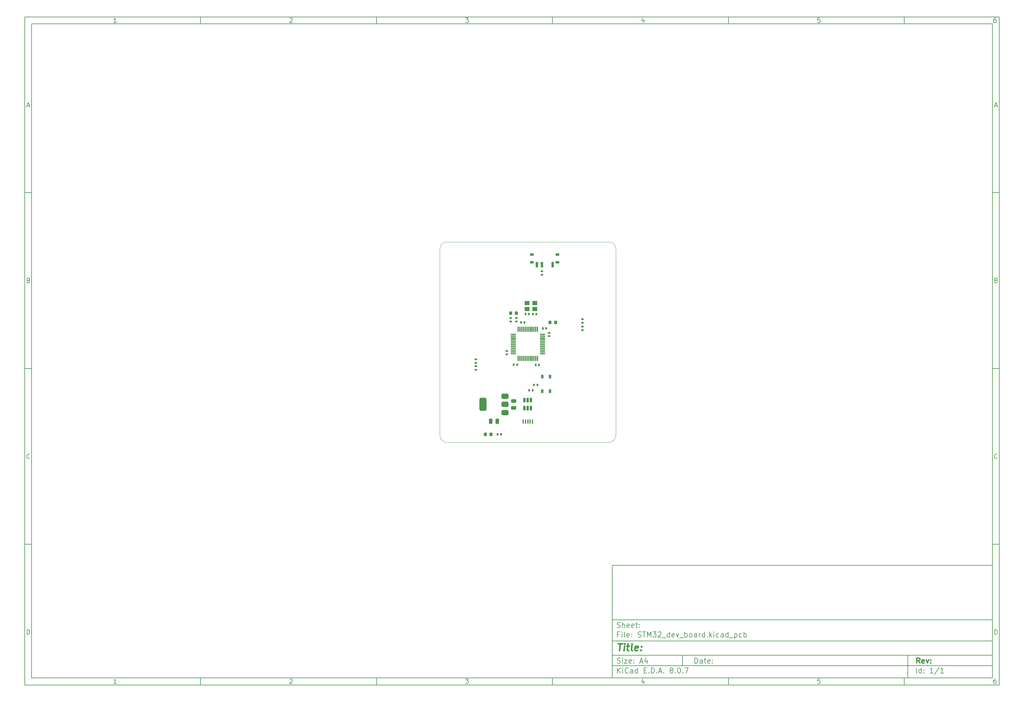
<source format=gbr>
%TF.GenerationSoftware,KiCad,Pcbnew,8.0.7*%
%TF.CreationDate,2025-02-16T19:40:28+01:00*%
%TF.ProjectId,STM32_dev_board,53544d33-325f-4646-9576-5f626f617264,rev?*%
%TF.SameCoordinates,Original*%
%TF.FileFunction,Paste,Top*%
%TF.FilePolarity,Positive*%
%FSLAX46Y46*%
G04 Gerber Fmt 4.6, Leading zero omitted, Abs format (unit mm)*
G04 Created by KiCad (PCBNEW 8.0.7) date 2025-02-16 19:40:28*
%MOMM*%
%LPD*%
G01*
G04 APERTURE LIST*
G04 Aperture macros list*
%AMRoundRect*
0 Rectangle with rounded corners*
0 $1 Rounding radius*
0 $2 $3 $4 $5 $6 $7 $8 $9 X,Y pos of 4 corners*
0 Add a 4 corners polygon primitive as box body*
4,1,4,$2,$3,$4,$5,$6,$7,$8,$9,$2,$3,0*
0 Add four circle primitives for the rounded corners*
1,1,$1+$1,$2,$3*
1,1,$1+$1,$4,$5*
1,1,$1+$1,$6,$7*
1,1,$1+$1,$8,$9*
0 Add four rect primitives between the rounded corners*
20,1,$1+$1,$2,$3,$4,$5,0*
20,1,$1+$1,$4,$5,$6,$7,0*
20,1,$1+$1,$6,$7,$8,$9,0*
20,1,$1+$1,$8,$9,$2,$3,0*%
G04 Aperture macros list end*
%ADD10C,0.100000*%
%ADD11C,0.150000*%
%ADD12C,0.300000*%
%ADD13C,0.400000*%
%ADD14RoundRect,0.225000X-0.225000X-0.250000X0.225000X-0.250000X0.225000X0.250000X-0.225000X0.250000X0*%
%ADD15RoundRect,0.135000X-0.185000X0.135000X-0.185000X-0.135000X0.185000X-0.135000X0.185000X0.135000X0*%
%ADD16RoundRect,0.140000X0.140000X0.170000X-0.140000X0.170000X-0.140000X-0.170000X0.140000X-0.170000X0*%
%ADD17R,0.650000X1.050000*%
%ADD18RoundRect,0.135000X-0.135000X-0.185000X0.135000X-0.185000X0.135000X0.185000X-0.135000X0.185000X0*%
%ADD19RoundRect,0.150000X0.150000X-0.512500X0.150000X0.512500X-0.150000X0.512500X-0.150000X-0.512500X0*%
%ADD20RoundRect,0.375000X0.625000X0.375000X-0.625000X0.375000X-0.625000X-0.375000X0.625000X-0.375000X0*%
%ADD21RoundRect,0.500000X0.500000X1.400000X-0.500000X1.400000X-0.500000X-1.400000X0.500000X-1.400000X0*%
%ADD22R,1.400000X1.200000*%
%ADD23RoundRect,0.140000X-0.140000X-0.170000X0.140000X-0.170000X0.140000X0.170000X-0.140000X0.170000X0*%
%ADD24RoundRect,0.250000X-0.475000X0.250000X-0.475000X-0.250000X0.475000X-0.250000X0.475000X0.250000X0*%
%ADD25RoundRect,0.140000X-0.170000X0.140000X-0.170000X-0.140000X0.170000X-0.140000X0.170000X0.140000X0*%
%ADD26RoundRect,0.135000X0.185000X-0.135000X0.185000X0.135000X-0.185000X0.135000X-0.185000X-0.135000X0*%
%ADD27RoundRect,0.075000X-0.075000X0.662500X-0.075000X-0.662500X0.075000X-0.662500X0.075000X0.662500X0*%
%ADD28RoundRect,0.075000X-0.662500X0.075000X-0.662500X-0.075000X0.662500X-0.075000X0.662500X0.075000X0*%
%ADD29RoundRect,0.135000X0.135000X0.185000X-0.135000X0.185000X-0.135000X-0.185000X0.135000X-0.185000X0*%
%ADD30R,0.450000X1.300000*%
%ADD31RoundRect,0.218750X0.218750X0.256250X-0.218750X0.256250X-0.218750X-0.256250X0.218750X-0.256250X0*%
%ADD32R,1.000000X0.800000*%
%ADD33R,0.700000X1.500000*%
%ADD34RoundRect,0.140000X0.170000X-0.140000X0.170000X0.140000X-0.170000X0.140000X-0.170000X-0.140000X0*%
%ADD35RoundRect,0.250000X-0.250000X-0.475000X0.250000X-0.475000X0.250000X0.475000X-0.250000X0.475000X0*%
%TA.AperFunction,Profile*%
%ADD36C,0.050000*%
%TD*%
G04 APERTURE END LIST*
D10*
D11*
X177002200Y-166007200D02*
X285002200Y-166007200D01*
X285002200Y-198007200D01*
X177002200Y-198007200D01*
X177002200Y-166007200D01*
D10*
D11*
X10000000Y-10000000D02*
X287002200Y-10000000D01*
X287002200Y-200007200D01*
X10000000Y-200007200D01*
X10000000Y-10000000D01*
D10*
D11*
X12000000Y-12000000D02*
X285002200Y-12000000D01*
X285002200Y-198007200D01*
X12000000Y-198007200D01*
X12000000Y-12000000D01*
D10*
D11*
X60000000Y-12000000D02*
X60000000Y-10000000D01*
D10*
D11*
X110000000Y-12000000D02*
X110000000Y-10000000D01*
D10*
D11*
X160000000Y-12000000D02*
X160000000Y-10000000D01*
D10*
D11*
X210000000Y-12000000D02*
X210000000Y-10000000D01*
D10*
D11*
X260000000Y-12000000D02*
X260000000Y-10000000D01*
D10*
D11*
X36089160Y-11593604D02*
X35346303Y-11593604D01*
X35717731Y-11593604D02*
X35717731Y-10293604D01*
X35717731Y-10293604D02*
X35593922Y-10479319D01*
X35593922Y-10479319D02*
X35470112Y-10603128D01*
X35470112Y-10603128D02*
X35346303Y-10665033D01*
D10*
D11*
X85346303Y-10417414D02*
X85408207Y-10355509D01*
X85408207Y-10355509D02*
X85532017Y-10293604D01*
X85532017Y-10293604D02*
X85841541Y-10293604D01*
X85841541Y-10293604D02*
X85965350Y-10355509D01*
X85965350Y-10355509D02*
X86027255Y-10417414D01*
X86027255Y-10417414D02*
X86089160Y-10541223D01*
X86089160Y-10541223D02*
X86089160Y-10665033D01*
X86089160Y-10665033D02*
X86027255Y-10850747D01*
X86027255Y-10850747D02*
X85284398Y-11593604D01*
X85284398Y-11593604D02*
X86089160Y-11593604D01*
D10*
D11*
X135284398Y-10293604D02*
X136089160Y-10293604D01*
X136089160Y-10293604D02*
X135655826Y-10788842D01*
X135655826Y-10788842D02*
X135841541Y-10788842D01*
X135841541Y-10788842D02*
X135965350Y-10850747D01*
X135965350Y-10850747D02*
X136027255Y-10912652D01*
X136027255Y-10912652D02*
X136089160Y-11036461D01*
X136089160Y-11036461D02*
X136089160Y-11345985D01*
X136089160Y-11345985D02*
X136027255Y-11469795D01*
X136027255Y-11469795D02*
X135965350Y-11531700D01*
X135965350Y-11531700D02*
X135841541Y-11593604D01*
X135841541Y-11593604D02*
X135470112Y-11593604D01*
X135470112Y-11593604D02*
X135346303Y-11531700D01*
X135346303Y-11531700D02*
X135284398Y-11469795D01*
D10*
D11*
X185965350Y-10726938D02*
X185965350Y-11593604D01*
X185655826Y-10231700D02*
X185346303Y-11160271D01*
X185346303Y-11160271D02*
X186151064Y-11160271D01*
D10*
D11*
X236027255Y-10293604D02*
X235408207Y-10293604D01*
X235408207Y-10293604D02*
X235346303Y-10912652D01*
X235346303Y-10912652D02*
X235408207Y-10850747D01*
X235408207Y-10850747D02*
X235532017Y-10788842D01*
X235532017Y-10788842D02*
X235841541Y-10788842D01*
X235841541Y-10788842D02*
X235965350Y-10850747D01*
X235965350Y-10850747D02*
X236027255Y-10912652D01*
X236027255Y-10912652D02*
X236089160Y-11036461D01*
X236089160Y-11036461D02*
X236089160Y-11345985D01*
X236089160Y-11345985D02*
X236027255Y-11469795D01*
X236027255Y-11469795D02*
X235965350Y-11531700D01*
X235965350Y-11531700D02*
X235841541Y-11593604D01*
X235841541Y-11593604D02*
X235532017Y-11593604D01*
X235532017Y-11593604D02*
X235408207Y-11531700D01*
X235408207Y-11531700D02*
X235346303Y-11469795D01*
D10*
D11*
X285965350Y-10293604D02*
X285717731Y-10293604D01*
X285717731Y-10293604D02*
X285593922Y-10355509D01*
X285593922Y-10355509D02*
X285532017Y-10417414D01*
X285532017Y-10417414D02*
X285408207Y-10603128D01*
X285408207Y-10603128D02*
X285346303Y-10850747D01*
X285346303Y-10850747D02*
X285346303Y-11345985D01*
X285346303Y-11345985D02*
X285408207Y-11469795D01*
X285408207Y-11469795D02*
X285470112Y-11531700D01*
X285470112Y-11531700D02*
X285593922Y-11593604D01*
X285593922Y-11593604D02*
X285841541Y-11593604D01*
X285841541Y-11593604D02*
X285965350Y-11531700D01*
X285965350Y-11531700D02*
X286027255Y-11469795D01*
X286027255Y-11469795D02*
X286089160Y-11345985D01*
X286089160Y-11345985D02*
X286089160Y-11036461D01*
X286089160Y-11036461D02*
X286027255Y-10912652D01*
X286027255Y-10912652D02*
X285965350Y-10850747D01*
X285965350Y-10850747D02*
X285841541Y-10788842D01*
X285841541Y-10788842D02*
X285593922Y-10788842D01*
X285593922Y-10788842D02*
X285470112Y-10850747D01*
X285470112Y-10850747D02*
X285408207Y-10912652D01*
X285408207Y-10912652D02*
X285346303Y-11036461D01*
D10*
D11*
X60000000Y-198007200D02*
X60000000Y-200007200D01*
D10*
D11*
X110000000Y-198007200D02*
X110000000Y-200007200D01*
D10*
D11*
X160000000Y-198007200D02*
X160000000Y-200007200D01*
D10*
D11*
X210000000Y-198007200D02*
X210000000Y-200007200D01*
D10*
D11*
X260000000Y-198007200D02*
X260000000Y-200007200D01*
D10*
D11*
X36089160Y-199600804D02*
X35346303Y-199600804D01*
X35717731Y-199600804D02*
X35717731Y-198300804D01*
X35717731Y-198300804D02*
X35593922Y-198486519D01*
X35593922Y-198486519D02*
X35470112Y-198610328D01*
X35470112Y-198610328D02*
X35346303Y-198672233D01*
D10*
D11*
X85346303Y-198424614D02*
X85408207Y-198362709D01*
X85408207Y-198362709D02*
X85532017Y-198300804D01*
X85532017Y-198300804D02*
X85841541Y-198300804D01*
X85841541Y-198300804D02*
X85965350Y-198362709D01*
X85965350Y-198362709D02*
X86027255Y-198424614D01*
X86027255Y-198424614D02*
X86089160Y-198548423D01*
X86089160Y-198548423D02*
X86089160Y-198672233D01*
X86089160Y-198672233D02*
X86027255Y-198857947D01*
X86027255Y-198857947D02*
X85284398Y-199600804D01*
X85284398Y-199600804D02*
X86089160Y-199600804D01*
D10*
D11*
X135284398Y-198300804D02*
X136089160Y-198300804D01*
X136089160Y-198300804D02*
X135655826Y-198796042D01*
X135655826Y-198796042D02*
X135841541Y-198796042D01*
X135841541Y-198796042D02*
X135965350Y-198857947D01*
X135965350Y-198857947D02*
X136027255Y-198919852D01*
X136027255Y-198919852D02*
X136089160Y-199043661D01*
X136089160Y-199043661D02*
X136089160Y-199353185D01*
X136089160Y-199353185D02*
X136027255Y-199476995D01*
X136027255Y-199476995D02*
X135965350Y-199538900D01*
X135965350Y-199538900D02*
X135841541Y-199600804D01*
X135841541Y-199600804D02*
X135470112Y-199600804D01*
X135470112Y-199600804D02*
X135346303Y-199538900D01*
X135346303Y-199538900D02*
X135284398Y-199476995D01*
D10*
D11*
X185965350Y-198734138D02*
X185965350Y-199600804D01*
X185655826Y-198238900D02*
X185346303Y-199167471D01*
X185346303Y-199167471D02*
X186151064Y-199167471D01*
D10*
D11*
X236027255Y-198300804D02*
X235408207Y-198300804D01*
X235408207Y-198300804D02*
X235346303Y-198919852D01*
X235346303Y-198919852D02*
X235408207Y-198857947D01*
X235408207Y-198857947D02*
X235532017Y-198796042D01*
X235532017Y-198796042D02*
X235841541Y-198796042D01*
X235841541Y-198796042D02*
X235965350Y-198857947D01*
X235965350Y-198857947D02*
X236027255Y-198919852D01*
X236027255Y-198919852D02*
X236089160Y-199043661D01*
X236089160Y-199043661D02*
X236089160Y-199353185D01*
X236089160Y-199353185D02*
X236027255Y-199476995D01*
X236027255Y-199476995D02*
X235965350Y-199538900D01*
X235965350Y-199538900D02*
X235841541Y-199600804D01*
X235841541Y-199600804D02*
X235532017Y-199600804D01*
X235532017Y-199600804D02*
X235408207Y-199538900D01*
X235408207Y-199538900D02*
X235346303Y-199476995D01*
D10*
D11*
X285965350Y-198300804D02*
X285717731Y-198300804D01*
X285717731Y-198300804D02*
X285593922Y-198362709D01*
X285593922Y-198362709D02*
X285532017Y-198424614D01*
X285532017Y-198424614D02*
X285408207Y-198610328D01*
X285408207Y-198610328D02*
X285346303Y-198857947D01*
X285346303Y-198857947D02*
X285346303Y-199353185D01*
X285346303Y-199353185D02*
X285408207Y-199476995D01*
X285408207Y-199476995D02*
X285470112Y-199538900D01*
X285470112Y-199538900D02*
X285593922Y-199600804D01*
X285593922Y-199600804D02*
X285841541Y-199600804D01*
X285841541Y-199600804D02*
X285965350Y-199538900D01*
X285965350Y-199538900D02*
X286027255Y-199476995D01*
X286027255Y-199476995D02*
X286089160Y-199353185D01*
X286089160Y-199353185D02*
X286089160Y-199043661D01*
X286089160Y-199043661D02*
X286027255Y-198919852D01*
X286027255Y-198919852D02*
X285965350Y-198857947D01*
X285965350Y-198857947D02*
X285841541Y-198796042D01*
X285841541Y-198796042D02*
X285593922Y-198796042D01*
X285593922Y-198796042D02*
X285470112Y-198857947D01*
X285470112Y-198857947D02*
X285408207Y-198919852D01*
X285408207Y-198919852D02*
X285346303Y-199043661D01*
D10*
D11*
X10000000Y-60000000D02*
X12000000Y-60000000D01*
D10*
D11*
X10000000Y-110000000D02*
X12000000Y-110000000D01*
D10*
D11*
X10000000Y-160000000D02*
X12000000Y-160000000D01*
D10*
D11*
X10690476Y-35222176D02*
X11309523Y-35222176D01*
X10566666Y-35593604D02*
X10999999Y-34293604D01*
X10999999Y-34293604D02*
X11433333Y-35593604D01*
D10*
D11*
X11092857Y-84912652D02*
X11278571Y-84974557D01*
X11278571Y-84974557D02*
X11340476Y-85036461D01*
X11340476Y-85036461D02*
X11402380Y-85160271D01*
X11402380Y-85160271D02*
X11402380Y-85345985D01*
X11402380Y-85345985D02*
X11340476Y-85469795D01*
X11340476Y-85469795D02*
X11278571Y-85531700D01*
X11278571Y-85531700D02*
X11154761Y-85593604D01*
X11154761Y-85593604D02*
X10659523Y-85593604D01*
X10659523Y-85593604D02*
X10659523Y-84293604D01*
X10659523Y-84293604D02*
X11092857Y-84293604D01*
X11092857Y-84293604D02*
X11216666Y-84355509D01*
X11216666Y-84355509D02*
X11278571Y-84417414D01*
X11278571Y-84417414D02*
X11340476Y-84541223D01*
X11340476Y-84541223D02*
X11340476Y-84665033D01*
X11340476Y-84665033D02*
X11278571Y-84788842D01*
X11278571Y-84788842D02*
X11216666Y-84850747D01*
X11216666Y-84850747D02*
X11092857Y-84912652D01*
X11092857Y-84912652D02*
X10659523Y-84912652D01*
D10*
D11*
X11402380Y-135469795D02*
X11340476Y-135531700D01*
X11340476Y-135531700D02*
X11154761Y-135593604D01*
X11154761Y-135593604D02*
X11030952Y-135593604D01*
X11030952Y-135593604D02*
X10845238Y-135531700D01*
X10845238Y-135531700D02*
X10721428Y-135407890D01*
X10721428Y-135407890D02*
X10659523Y-135284080D01*
X10659523Y-135284080D02*
X10597619Y-135036461D01*
X10597619Y-135036461D02*
X10597619Y-134850747D01*
X10597619Y-134850747D02*
X10659523Y-134603128D01*
X10659523Y-134603128D02*
X10721428Y-134479319D01*
X10721428Y-134479319D02*
X10845238Y-134355509D01*
X10845238Y-134355509D02*
X11030952Y-134293604D01*
X11030952Y-134293604D02*
X11154761Y-134293604D01*
X11154761Y-134293604D02*
X11340476Y-134355509D01*
X11340476Y-134355509D02*
X11402380Y-134417414D01*
D10*
D11*
X10659523Y-185593604D02*
X10659523Y-184293604D01*
X10659523Y-184293604D02*
X10969047Y-184293604D01*
X10969047Y-184293604D02*
X11154761Y-184355509D01*
X11154761Y-184355509D02*
X11278571Y-184479319D01*
X11278571Y-184479319D02*
X11340476Y-184603128D01*
X11340476Y-184603128D02*
X11402380Y-184850747D01*
X11402380Y-184850747D02*
X11402380Y-185036461D01*
X11402380Y-185036461D02*
X11340476Y-185284080D01*
X11340476Y-185284080D02*
X11278571Y-185407890D01*
X11278571Y-185407890D02*
X11154761Y-185531700D01*
X11154761Y-185531700D02*
X10969047Y-185593604D01*
X10969047Y-185593604D02*
X10659523Y-185593604D01*
D10*
D11*
X287002200Y-60000000D02*
X285002200Y-60000000D01*
D10*
D11*
X287002200Y-110000000D02*
X285002200Y-110000000D01*
D10*
D11*
X287002200Y-160000000D02*
X285002200Y-160000000D01*
D10*
D11*
X285692676Y-35222176D02*
X286311723Y-35222176D01*
X285568866Y-35593604D02*
X286002199Y-34293604D01*
X286002199Y-34293604D02*
X286435533Y-35593604D01*
D10*
D11*
X286095057Y-84912652D02*
X286280771Y-84974557D01*
X286280771Y-84974557D02*
X286342676Y-85036461D01*
X286342676Y-85036461D02*
X286404580Y-85160271D01*
X286404580Y-85160271D02*
X286404580Y-85345985D01*
X286404580Y-85345985D02*
X286342676Y-85469795D01*
X286342676Y-85469795D02*
X286280771Y-85531700D01*
X286280771Y-85531700D02*
X286156961Y-85593604D01*
X286156961Y-85593604D02*
X285661723Y-85593604D01*
X285661723Y-85593604D02*
X285661723Y-84293604D01*
X285661723Y-84293604D02*
X286095057Y-84293604D01*
X286095057Y-84293604D02*
X286218866Y-84355509D01*
X286218866Y-84355509D02*
X286280771Y-84417414D01*
X286280771Y-84417414D02*
X286342676Y-84541223D01*
X286342676Y-84541223D02*
X286342676Y-84665033D01*
X286342676Y-84665033D02*
X286280771Y-84788842D01*
X286280771Y-84788842D02*
X286218866Y-84850747D01*
X286218866Y-84850747D02*
X286095057Y-84912652D01*
X286095057Y-84912652D02*
X285661723Y-84912652D01*
D10*
D11*
X286404580Y-135469795D02*
X286342676Y-135531700D01*
X286342676Y-135531700D02*
X286156961Y-135593604D01*
X286156961Y-135593604D02*
X286033152Y-135593604D01*
X286033152Y-135593604D02*
X285847438Y-135531700D01*
X285847438Y-135531700D02*
X285723628Y-135407890D01*
X285723628Y-135407890D02*
X285661723Y-135284080D01*
X285661723Y-135284080D02*
X285599819Y-135036461D01*
X285599819Y-135036461D02*
X285599819Y-134850747D01*
X285599819Y-134850747D02*
X285661723Y-134603128D01*
X285661723Y-134603128D02*
X285723628Y-134479319D01*
X285723628Y-134479319D02*
X285847438Y-134355509D01*
X285847438Y-134355509D02*
X286033152Y-134293604D01*
X286033152Y-134293604D02*
X286156961Y-134293604D01*
X286156961Y-134293604D02*
X286342676Y-134355509D01*
X286342676Y-134355509D02*
X286404580Y-134417414D01*
D10*
D11*
X285661723Y-185593604D02*
X285661723Y-184293604D01*
X285661723Y-184293604D02*
X285971247Y-184293604D01*
X285971247Y-184293604D02*
X286156961Y-184355509D01*
X286156961Y-184355509D02*
X286280771Y-184479319D01*
X286280771Y-184479319D02*
X286342676Y-184603128D01*
X286342676Y-184603128D02*
X286404580Y-184850747D01*
X286404580Y-184850747D02*
X286404580Y-185036461D01*
X286404580Y-185036461D02*
X286342676Y-185284080D01*
X286342676Y-185284080D02*
X286280771Y-185407890D01*
X286280771Y-185407890D02*
X286156961Y-185531700D01*
X286156961Y-185531700D02*
X285971247Y-185593604D01*
X285971247Y-185593604D02*
X285661723Y-185593604D01*
D10*
D11*
X200458026Y-193793328D02*
X200458026Y-192293328D01*
X200458026Y-192293328D02*
X200815169Y-192293328D01*
X200815169Y-192293328D02*
X201029455Y-192364757D01*
X201029455Y-192364757D02*
X201172312Y-192507614D01*
X201172312Y-192507614D02*
X201243741Y-192650471D01*
X201243741Y-192650471D02*
X201315169Y-192936185D01*
X201315169Y-192936185D02*
X201315169Y-193150471D01*
X201315169Y-193150471D02*
X201243741Y-193436185D01*
X201243741Y-193436185D02*
X201172312Y-193579042D01*
X201172312Y-193579042D02*
X201029455Y-193721900D01*
X201029455Y-193721900D02*
X200815169Y-193793328D01*
X200815169Y-193793328D02*
X200458026Y-193793328D01*
X202600884Y-193793328D02*
X202600884Y-193007614D01*
X202600884Y-193007614D02*
X202529455Y-192864757D01*
X202529455Y-192864757D02*
X202386598Y-192793328D01*
X202386598Y-192793328D02*
X202100884Y-192793328D01*
X202100884Y-192793328D02*
X201958026Y-192864757D01*
X202600884Y-193721900D02*
X202458026Y-193793328D01*
X202458026Y-193793328D02*
X202100884Y-193793328D01*
X202100884Y-193793328D02*
X201958026Y-193721900D01*
X201958026Y-193721900D02*
X201886598Y-193579042D01*
X201886598Y-193579042D02*
X201886598Y-193436185D01*
X201886598Y-193436185D02*
X201958026Y-193293328D01*
X201958026Y-193293328D02*
X202100884Y-193221900D01*
X202100884Y-193221900D02*
X202458026Y-193221900D01*
X202458026Y-193221900D02*
X202600884Y-193150471D01*
X203100884Y-192793328D02*
X203672312Y-192793328D01*
X203315169Y-192293328D02*
X203315169Y-193579042D01*
X203315169Y-193579042D02*
X203386598Y-193721900D01*
X203386598Y-193721900D02*
X203529455Y-193793328D01*
X203529455Y-193793328D02*
X203672312Y-193793328D01*
X204743741Y-193721900D02*
X204600884Y-193793328D01*
X204600884Y-193793328D02*
X204315170Y-193793328D01*
X204315170Y-193793328D02*
X204172312Y-193721900D01*
X204172312Y-193721900D02*
X204100884Y-193579042D01*
X204100884Y-193579042D02*
X204100884Y-193007614D01*
X204100884Y-193007614D02*
X204172312Y-192864757D01*
X204172312Y-192864757D02*
X204315170Y-192793328D01*
X204315170Y-192793328D02*
X204600884Y-192793328D01*
X204600884Y-192793328D02*
X204743741Y-192864757D01*
X204743741Y-192864757D02*
X204815170Y-193007614D01*
X204815170Y-193007614D02*
X204815170Y-193150471D01*
X204815170Y-193150471D02*
X204100884Y-193293328D01*
X205458026Y-193650471D02*
X205529455Y-193721900D01*
X205529455Y-193721900D02*
X205458026Y-193793328D01*
X205458026Y-193793328D02*
X205386598Y-193721900D01*
X205386598Y-193721900D02*
X205458026Y-193650471D01*
X205458026Y-193650471D02*
X205458026Y-193793328D01*
X205458026Y-192864757D02*
X205529455Y-192936185D01*
X205529455Y-192936185D02*
X205458026Y-193007614D01*
X205458026Y-193007614D02*
X205386598Y-192936185D01*
X205386598Y-192936185D02*
X205458026Y-192864757D01*
X205458026Y-192864757D02*
X205458026Y-193007614D01*
D10*
D11*
X177002200Y-194507200D02*
X285002200Y-194507200D01*
D10*
D11*
X178458026Y-196593328D02*
X178458026Y-195093328D01*
X179315169Y-196593328D02*
X178672312Y-195736185D01*
X179315169Y-195093328D02*
X178458026Y-195950471D01*
X179958026Y-196593328D02*
X179958026Y-195593328D01*
X179958026Y-195093328D02*
X179886598Y-195164757D01*
X179886598Y-195164757D02*
X179958026Y-195236185D01*
X179958026Y-195236185D02*
X180029455Y-195164757D01*
X180029455Y-195164757D02*
X179958026Y-195093328D01*
X179958026Y-195093328D02*
X179958026Y-195236185D01*
X181529455Y-196450471D02*
X181458027Y-196521900D01*
X181458027Y-196521900D02*
X181243741Y-196593328D01*
X181243741Y-196593328D02*
X181100884Y-196593328D01*
X181100884Y-196593328D02*
X180886598Y-196521900D01*
X180886598Y-196521900D02*
X180743741Y-196379042D01*
X180743741Y-196379042D02*
X180672312Y-196236185D01*
X180672312Y-196236185D02*
X180600884Y-195950471D01*
X180600884Y-195950471D02*
X180600884Y-195736185D01*
X180600884Y-195736185D02*
X180672312Y-195450471D01*
X180672312Y-195450471D02*
X180743741Y-195307614D01*
X180743741Y-195307614D02*
X180886598Y-195164757D01*
X180886598Y-195164757D02*
X181100884Y-195093328D01*
X181100884Y-195093328D02*
X181243741Y-195093328D01*
X181243741Y-195093328D02*
X181458027Y-195164757D01*
X181458027Y-195164757D02*
X181529455Y-195236185D01*
X182815170Y-196593328D02*
X182815170Y-195807614D01*
X182815170Y-195807614D02*
X182743741Y-195664757D01*
X182743741Y-195664757D02*
X182600884Y-195593328D01*
X182600884Y-195593328D02*
X182315170Y-195593328D01*
X182315170Y-195593328D02*
X182172312Y-195664757D01*
X182815170Y-196521900D02*
X182672312Y-196593328D01*
X182672312Y-196593328D02*
X182315170Y-196593328D01*
X182315170Y-196593328D02*
X182172312Y-196521900D01*
X182172312Y-196521900D02*
X182100884Y-196379042D01*
X182100884Y-196379042D02*
X182100884Y-196236185D01*
X182100884Y-196236185D02*
X182172312Y-196093328D01*
X182172312Y-196093328D02*
X182315170Y-196021900D01*
X182315170Y-196021900D02*
X182672312Y-196021900D01*
X182672312Y-196021900D02*
X182815170Y-195950471D01*
X184172313Y-196593328D02*
X184172313Y-195093328D01*
X184172313Y-196521900D02*
X184029455Y-196593328D01*
X184029455Y-196593328D02*
X183743741Y-196593328D01*
X183743741Y-196593328D02*
X183600884Y-196521900D01*
X183600884Y-196521900D02*
X183529455Y-196450471D01*
X183529455Y-196450471D02*
X183458027Y-196307614D01*
X183458027Y-196307614D02*
X183458027Y-195879042D01*
X183458027Y-195879042D02*
X183529455Y-195736185D01*
X183529455Y-195736185D02*
X183600884Y-195664757D01*
X183600884Y-195664757D02*
X183743741Y-195593328D01*
X183743741Y-195593328D02*
X184029455Y-195593328D01*
X184029455Y-195593328D02*
X184172313Y-195664757D01*
X186029455Y-195807614D02*
X186529455Y-195807614D01*
X186743741Y-196593328D02*
X186029455Y-196593328D01*
X186029455Y-196593328D02*
X186029455Y-195093328D01*
X186029455Y-195093328D02*
X186743741Y-195093328D01*
X187386598Y-196450471D02*
X187458027Y-196521900D01*
X187458027Y-196521900D02*
X187386598Y-196593328D01*
X187386598Y-196593328D02*
X187315170Y-196521900D01*
X187315170Y-196521900D02*
X187386598Y-196450471D01*
X187386598Y-196450471D02*
X187386598Y-196593328D01*
X188100884Y-196593328D02*
X188100884Y-195093328D01*
X188100884Y-195093328D02*
X188458027Y-195093328D01*
X188458027Y-195093328D02*
X188672313Y-195164757D01*
X188672313Y-195164757D02*
X188815170Y-195307614D01*
X188815170Y-195307614D02*
X188886599Y-195450471D01*
X188886599Y-195450471D02*
X188958027Y-195736185D01*
X188958027Y-195736185D02*
X188958027Y-195950471D01*
X188958027Y-195950471D02*
X188886599Y-196236185D01*
X188886599Y-196236185D02*
X188815170Y-196379042D01*
X188815170Y-196379042D02*
X188672313Y-196521900D01*
X188672313Y-196521900D02*
X188458027Y-196593328D01*
X188458027Y-196593328D02*
X188100884Y-196593328D01*
X189600884Y-196450471D02*
X189672313Y-196521900D01*
X189672313Y-196521900D02*
X189600884Y-196593328D01*
X189600884Y-196593328D02*
X189529456Y-196521900D01*
X189529456Y-196521900D02*
X189600884Y-196450471D01*
X189600884Y-196450471D02*
X189600884Y-196593328D01*
X190243742Y-196164757D02*
X190958028Y-196164757D01*
X190100885Y-196593328D02*
X190600885Y-195093328D01*
X190600885Y-195093328D02*
X191100885Y-196593328D01*
X191600884Y-196450471D02*
X191672313Y-196521900D01*
X191672313Y-196521900D02*
X191600884Y-196593328D01*
X191600884Y-196593328D02*
X191529456Y-196521900D01*
X191529456Y-196521900D02*
X191600884Y-196450471D01*
X191600884Y-196450471D02*
X191600884Y-196593328D01*
X193672313Y-195736185D02*
X193529456Y-195664757D01*
X193529456Y-195664757D02*
X193458027Y-195593328D01*
X193458027Y-195593328D02*
X193386599Y-195450471D01*
X193386599Y-195450471D02*
X193386599Y-195379042D01*
X193386599Y-195379042D02*
X193458027Y-195236185D01*
X193458027Y-195236185D02*
X193529456Y-195164757D01*
X193529456Y-195164757D02*
X193672313Y-195093328D01*
X193672313Y-195093328D02*
X193958027Y-195093328D01*
X193958027Y-195093328D02*
X194100885Y-195164757D01*
X194100885Y-195164757D02*
X194172313Y-195236185D01*
X194172313Y-195236185D02*
X194243742Y-195379042D01*
X194243742Y-195379042D02*
X194243742Y-195450471D01*
X194243742Y-195450471D02*
X194172313Y-195593328D01*
X194172313Y-195593328D02*
X194100885Y-195664757D01*
X194100885Y-195664757D02*
X193958027Y-195736185D01*
X193958027Y-195736185D02*
X193672313Y-195736185D01*
X193672313Y-195736185D02*
X193529456Y-195807614D01*
X193529456Y-195807614D02*
X193458027Y-195879042D01*
X193458027Y-195879042D02*
X193386599Y-196021900D01*
X193386599Y-196021900D02*
X193386599Y-196307614D01*
X193386599Y-196307614D02*
X193458027Y-196450471D01*
X193458027Y-196450471D02*
X193529456Y-196521900D01*
X193529456Y-196521900D02*
X193672313Y-196593328D01*
X193672313Y-196593328D02*
X193958027Y-196593328D01*
X193958027Y-196593328D02*
X194100885Y-196521900D01*
X194100885Y-196521900D02*
X194172313Y-196450471D01*
X194172313Y-196450471D02*
X194243742Y-196307614D01*
X194243742Y-196307614D02*
X194243742Y-196021900D01*
X194243742Y-196021900D02*
X194172313Y-195879042D01*
X194172313Y-195879042D02*
X194100885Y-195807614D01*
X194100885Y-195807614D02*
X193958027Y-195736185D01*
X194886598Y-196450471D02*
X194958027Y-196521900D01*
X194958027Y-196521900D02*
X194886598Y-196593328D01*
X194886598Y-196593328D02*
X194815170Y-196521900D01*
X194815170Y-196521900D02*
X194886598Y-196450471D01*
X194886598Y-196450471D02*
X194886598Y-196593328D01*
X195886599Y-195093328D02*
X196029456Y-195093328D01*
X196029456Y-195093328D02*
X196172313Y-195164757D01*
X196172313Y-195164757D02*
X196243742Y-195236185D01*
X196243742Y-195236185D02*
X196315170Y-195379042D01*
X196315170Y-195379042D02*
X196386599Y-195664757D01*
X196386599Y-195664757D02*
X196386599Y-196021900D01*
X196386599Y-196021900D02*
X196315170Y-196307614D01*
X196315170Y-196307614D02*
X196243742Y-196450471D01*
X196243742Y-196450471D02*
X196172313Y-196521900D01*
X196172313Y-196521900D02*
X196029456Y-196593328D01*
X196029456Y-196593328D02*
X195886599Y-196593328D01*
X195886599Y-196593328D02*
X195743742Y-196521900D01*
X195743742Y-196521900D02*
X195672313Y-196450471D01*
X195672313Y-196450471D02*
X195600884Y-196307614D01*
X195600884Y-196307614D02*
X195529456Y-196021900D01*
X195529456Y-196021900D02*
X195529456Y-195664757D01*
X195529456Y-195664757D02*
X195600884Y-195379042D01*
X195600884Y-195379042D02*
X195672313Y-195236185D01*
X195672313Y-195236185D02*
X195743742Y-195164757D01*
X195743742Y-195164757D02*
X195886599Y-195093328D01*
X197029455Y-196450471D02*
X197100884Y-196521900D01*
X197100884Y-196521900D02*
X197029455Y-196593328D01*
X197029455Y-196593328D02*
X196958027Y-196521900D01*
X196958027Y-196521900D02*
X197029455Y-196450471D01*
X197029455Y-196450471D02*
X197029455Y-196593328D01*
X197600884Y-195093328D02*
X198600884Y-195093328D01*
X198600884Y-195093328D02*
X197958027Y-196593328D01*
D10*
D11*
X177002200Y-191507200D02*
X285002200Y-191507200D01*
D10*
D12*
X264413853Y-193785528D02*
X263913853Y-193071242D01*
X263556710Y-193785528D02*
X263556710Y-192285528D01*
X263556710Y-192285528D02*
X264128139Y-192285528D01*
X264128139Y-192285528D02*
X264270996Y-192356957D01*
X264270996Y-192356957D02*
X264342425Y-192428385D01*
X264342425Y-192428385D02*
X264413853Y-192571242D01*
X264413853Y-192571242D02*
X264413853Y-192785528D01*
X264413853Y-192785528D02*
X264342425Y-192928385D01*
X264342425Y-192928385D02*
X264270996Y-192999814D01*
X264270996Y-192999814D02*
X264128139Y-193071242D01*
X264128139Y-193071242D02*
X263556710Y-193071242D01*
X265628139Y-193714100D02*
X265485282Y-193785528D01*
X265485282Y-193785528D02*
X265199568Y-193785528D01*
X265199568Y-193785528D02*
X265056710Y-193714100D01*
X265056710Y-193714100D02*
X264985282Y-193571242D01*
X264985282Y-193571242D02*
X264985282Y-192999814D01*
X264985282Y-192999814D02*
X265056710Y-192856957D01*
X265056710Y-192856957D02*
X265199568Y-192785528D01*
X265199568Y-192785528D02*
X265485282Y-192785528D01*
X265485282Y-192785528D02*
X265628139Y-192856957D01*
X265628139Y-192856957D02*
X265699568Y-192999814D01*
X265699568Y-192999814D02*
X265699568Y-193142671D01*
X265699568Y-193142671D02*
X264985282Y-193285528D01*
X266199567Y-192785528D02*
X266556710Y-193785528D01*
X266556710Y-193785528D02*
X266913853Y-192785528D01*
X267485281Y-193642671D02*
X267556710Y-193714100D01*
X267556710Y-193714100D02*
X267485281Y-193785528D01*
X267485281Y-193785528D02*
X267413853Y-193714100D01*
X267413853Y-193714100D02*
X267485281Y-193642671D01*
X267485281Y-193642671D02*
X267485281Y-193785528D01*
X267485281Y-192856957D02*
X267556710Y-192928385D01*
X267556710Y-192928385D02*
X267485281Y-192999814D01*
X267485281Y-192999814D02*
X267413853Y-192928385D01*
X267413853Y-192928385D02*
X267485281Y-192856957D01*
X267485281Y-192856957D02*
X267485281Y-192999814D01*
D10*
D11*
X178386598Y-193721900D02*
X178600884Y-193793328D01*
X178600884Y-193793328D02*
X178958026Y-193793328D01*
X178958026Y-193793328D02*
X179100884Y-193721900D01*
X179100884Y-193721900D02*
X179172312Y-193650471D01*
X179172312Y-193650471D02*
X179243741Y-193507614D01*
X179243741Y-193507614D02*
X179243741Y-193364757D01*
X179243741Y-193364757D02*
X179172312Y-193221900D01*
X179172312Y-193221900D02*
X179100884Y-193150471D01*
X179100884Y-193150471D02*
X178958026Y-193079042D01*
X178958026Y-193079042D02*
X178672312Y-193007614D01*
X178672312Y-193007614D02*
X178529455Y-192936185D01*
X178529455Y-192936185D02*
X178458026Y-192864757D01*
X178458026Y-192864757D02*
X178386598Y-192721900D01*
X178386598Y-192721900D02*
X178386598Y-192579042D01*
X178386598Y-192579042D02*
X178458026Y-192436185D01*
X178458026Y-192436185D02*
X178529455Y-192364757D01*
X178529455Y-192364757D02*
X178672312Y-192293328D01*
X178672312Y-192293328D02*
X179029455Y-192293328D01*
X179029455Y-192293328D02*
X179243741Y-192364757D01*
X179886597Y-193793328D02*
X179886597Y-192793328D01*
X179886597Y-192293328D02*
X179815169Y-192364757D01*
X179815169Y-192364757D02*
X179886597Y-192436185D01*
X179886597Y-192436185D02*
X179958026Y-192364757D01*
X179958026Y-192364757D02*
X179886597Y-192293328D01*
X179886597Y-192293328D02*
X179886597Y-192436185D01*
X180458026Y-192793328D02*
X181243741Y-192793328D01*
X181243741Y-192793328D02*
X180458026Y-193793328D01*
X180458026Y-193793328D02*
X181243741Y-193793328D01*
X182386598Y-193721900D02*
X182243741Y-193793328D01*
X182243741Y-193793328D02*
X181958027Y-193793328D01*
X181958027Y-193793328D02*
X181815169Y-193721900D01*
X181815169Y-193721900D02*
X181743741Y-193579042D01*
X181743741Y-193579042D02*
X181743741Y-193007614D01*
X181743741Y-193007614D02*
X181815169Y-192864757D01*
X181815169Y-192864757D02*
X181958027Y-192793328D01*
X181958027Y-192793328D02*
X182243741Y-192793328D01*
X182243741Y-192793328D02*
X182386598Y-192864757D01*
X182386598Y-192864757D02*
X182458027Y-193007614D01*
X182458027Y-193007614D02*
X182458027Y-193150471D01*
X182458027Y-193150471D02*
X181743741Y-193293328D01*
X183100883Y-193650471D02*
X183172312Y-193721900D01*
X183172312Y-193721900D02*
X183100883Y-193793328D01*
X183100883Y-193793328D02*
X183029455Y-193721900D01*
X183029455Y-193721900D02*
X183100883Y-193650471D01*
X183100883Y-193650471D02*
X183100883Y-193793328D01*
X183100883Y-192864757D02*
X183172312Y-192936185D01*
X183172312Y-192936185D02*
X183100883Y-193007614D01*
X183100883Y-193007614D02*
X183029455Y-192936185D01*
X183029455Y-192936185D02*
X183100883Y-192864757D01*
X183100883Y-192864757D02*
X183100883Y-193007614D01*
X184886598Y-193364757D02*
X185600884Y-193364757D01*
X184743741Y-193793328D02*
X185243741Y-192293328D01*
X185243741Y-192293328D02*
X185743741Y-193793328D01*
X186886598Y-192793328D02*
X186886598Y-193793328D01*
X186529455Y-192221900D02*
X186172312Y-193293328D01*
X186172312Y-193293328D02*
X187100883Y-193293328D01*
D10*
D11*
X263458026Y-196593328D02*
X263458026Y-195093328D01*
X264815170Y-196593328D02*
X264815170Y-195093328D01*
X264815170Y-196521900D02*
X264672312Y-196593328D01*
X264672312Y-196593328D02*
X264386598Y-196593328D01*
X264386598Y-196593328D02*
X264243741Y-196521900D01*
X264243741Y-196521900D02*
X264172312Y-196450471D01*
X264172312Y-196450471D02*
X264100884Y-196307614D01*
X264100884Y-196307614D02*
X264100884Y-195879042D01*
X264100884Y-195879042D02*
X264172312Y-195736185D01*
X264172312Y-195736185D02*
X264243741Y-195664757D01*
X264243741Y-195664757D02*
X264386598Y-195593328D01*
X264386598Y-195593328D02*
X264672312Y-195593328D01*
X264672312Y-195593328D02*
X264815170Y-195664757D01*
X265529455Y-196450471D02*
X265600884Y-196521900D01*
X265600884Y-196521900D02*
X265529455Y-196593328D01*
X265529455Y-196593328D02*
X265458027Y-196521900D01*
X265458027Y-196521900D02*
X265529455Y-196450471D01*
X265529455Y-196450471D02*
X265529455Y-196593328D01*
X265529455Y-195664757D02*
X265600884Y-195736185D01*
X265600884Y-195736185D02*
X265529455Y-195807614D01*
X265529455Y-195807614D02*
X265458027Y-195736185D01*
X265458027Y-195736185D02*
X265529455Y-195664757D01*
X265529455Y-195664757D02*
X265529455Y-195807614D01*
X268172313Y-196593328D02*
X267315170Y-196593328D01*
X267743741Y-196593328D02*
X267743741Y-195093328D01*
X267743741Y-195093328D02*
X267600884Y-195307614D01*
X267600884Y-195307614D02*
X267458027Y-195450471D01*
X267458027Y-195450471D02*
X267315170Y-195521900D01*
X269886598Y-195021900D02*
X268600884Y-196950471D01*
X271172313Y-196593328D02*
X270315170Y-196593328D01*
X270743741Y-196593328D02*
X270743741Y-195093328D01*
X270743741Y-195093328D02*
X270600884Y-195307614D01*
X270600884Y-195307614D02*
X270458027Y-195450471D01*
X270458027Y-195450471D02*
X270315170Y-195521900D01*
D10*
D11*
X177002200Y-187507200D02*
X285002200Y-187507200D01*
D10*
D13*
X178693928Y-188211638D02*
X179836785Y-188211638D01*
X179015357Y-190211638D02*
X179265357Y-188211638D01*
X180253452Y-190211638D02*
X180420119Y-188878304D01*
X180503452Y-188211638D02*
X180396309Y-188306876D01*
X180396309Y-188306876D02*
X180479643Y-188402114D01*
X180479643Y-188402114D02*
X180586786Y-188306876D01*
X180586786Y-188306876D02*
X180503452Y-188211638D01*
X180503452Y-188211638D02*
X180479643Y-188402114D01*
X181086786Y-188878304D02*
X181848690Y-188878304D01*
X181455833Y-188211638D02*
X181241548Y-189925923D01*
X181241548Y-189925923D02*
X181312976Y-190116400D01*
X181312976Y-190116400D02*
X181491548Y-190211638D01*
X181491548Y-190211638D02*
X181682024Y-190211638D01*
X182634405Y-190211638D02*
X182455833Y-190116400D01*
X182455833Y-190116400D02*
X182384405Y-189925923D01*
X182384405Y-189925923D02*
X182598690Y-188211638D01*
X184170119Y-190116400D02*
X183967738Y-190211638D01*
X183967738Y-190211638D02*
X183586785Y-190211638D01*
X183586785Y-190211638D02*
X183408214Y-190116400D01*
X183408214Y-190116400D02*
X183336785Y-189925923D01*
X183336785Y-189925923D02*
X183432024Y-189164019D01*
X183432024Y-189164019D02*
X183551071Y-188973542D01*
X183551071Y-188973542D02*
X183753452Y-188878304D01*
X183753452Y-188878304D02*
X184134404Y-188878304D01*
X184134404Y-188878304D02*
X184312976Y-188973542D01*
X184312976Y-188973542D02*
X184384404Y-189164019D01*
X184384404Y-189164019D02*
X184360595Y-189354495D01*
X184360595Y-189354495D02*
X183384404Y-189544971D01*
X185134405Y-190021161D02*
X185217738Y-190116400D01*
X185217738Y-190116400D02*
X185110595Y-190211638D01*
X185110595Y-190211638D02*
X185027262Y-190116400D01*
X185027262Y-190116400D02*
X185134405Y-190021161D01*
X185134405Y-190021161D02*
X185110595Y-190211638D01*
X185265357Y-188973542D02*
X185348690Y-189068780D01*
X185348690Y-189068780D02*
X185241548Y-189164019D01*
X185241548Y-189164019D02*
X185158214Y-189068780D01*
X185158214Y-189068780D02*
X185265357Y-188973542D01*
X185265357Y-188973542D02*
X185241548Y-189164019D01*
D10*
D11*
X178958026Y-185607614D02*
X178458026Y-185607614D01*
X178458026Y-186393328D02*
X178458026Y-184893328D01*
X178458026Y-184893328D02*
X179172312Y-184893328D01*
X179743740Y-186393328D02*
X179743740Y-185393328D01*
X179743740Y-184893328D02*
X179672312Y-184964757D01*
X179672312Y-184964757D02*
X179743740Y-185036185D01*
X179743740Y-185036185D02*
X179815169Y-184964757D01*
X179815169Y-184964757D02*
X179743740Y-184893328D01*
X179743740Y-184893328D02*
X179743740Y-185036185D01*
X180672312Y-186393328D02*
X180529455Y-186321900D01*
X180529455Y-186321900D02*
X180458026Y-186179042D01*
X180458026Y-186179042D02*
X180458026Y-184893328D01*
X181815169Y-186321900D02*
X181672312Y-186393328D01*
X181672312Y-186393328D02*
X181386598Y-186393328D01*
X181386598Y-186393328D02*
X181243740Y-186321900D01*
X181243740Y-186321900D02*
X181172312Y-186179042D01*
X181172312Y-186179042D02*
X181172312Y-185607614D01*
X181172312Y-185607614D02*
X181243740Y-185464757D01*
X181243740Y-185464757D02*
X181386598Y-185393328D01*
X181386598Y-185393328D02*
X181672312Y-185393328D01*
X181672312Y-185393328D02*
X181815169Y-185464757D01*
X181815169Y-185464757D02*
X181886598Y-185607614D01*
X181886598Y-185607614D02*
X181886598Y-185750471D01*
X181886598Y-185750471D02*
X181172312Y-185893328D01*
X182529454Y-186250471D02*
X182600883Y-186321900D01*
X182600883Y-186321900D02*
X182529454Y-186393328D01*
X182529454Y-186393328D02*
X182458026Y-186321900D01*
X182458026Y-186321900D02*
X182529454Y-186250471D01*
X182529454Y-186250471D02*
X182529454Y-186393328D01*
X182529454Y-185464757D02*
X182600883Y-185536185D01*
X182600883Y-185536185D02*
X182529454Y-185607614D01*
X182529454Y-185607614D02*
X182458026Y-185536185D01*
X182458026Y-185536185D02*
X182529454Y-185464757D01*
X182529454Y-185464757D02*
X182529454Y-185607614D01*
X184315169Y-186321900D02*
X184529455Y-186393328D01*
X184529455Y-186393328D02*
X184886597Y-186393328D01*
X184886597Y-186393328D02*
X185029455Y-186321900D01*
X185029455Y-186321900D02*
X185100883Y-186250471D01*
X185100883Y-186250471D02*
X185172312Y-186107614D01*
X185172312Y-186107614D02*
X185172312Y-185964757D01*
X185172312Y-185964757D02*
X185100883Y-185821900D01*
X185100883Y-185821900D02*
X185029455Y-185750471D01*
X185029455Y-185750471D02*
X184886597Y-185679042D01*
X184886597Y-185679042D02*
X184600883Y-185607614D01*
X184600883Y-185607614D02*
X184458026Y-185536185D01*
X184458026Y-185536185D02*
X184386597Y-185464757D01*
X184386597Y-185464757D02*
X184315169Y-185321900D01*
X184315169Y-185321900D02*
X184315169Y-185179042D01*
X184315169Y-185179042D02*
X184386597Y-185036185D01*
X184386597Y-185036185D02*
X184458026Y-184964757D01*
X184458026Y-184964757D02*
X184600883Y-184893328D01*
X184600883Y-184893328D02*
X184958026Y-184893328D01*
X184958026Y-184893328D02*
X185172312Y-184964757D01*
X185600883Y-184893328D02*
X186458026Y-184893328D01*
X186029454Y-186393328D02*
X186029454Y-184893328D01*
X186958025Y-186393328D02*
X186958025Y-184893328D01*
X186958025Y-184893328D02*
X187458025Y-185964757D01*
X187458025Y-185964757D02*
X187958025Y-184893328D01*
X187958025Y-184893328D02*
X187958025Y-186393328D01*
X188529454Y-184893328D02*
X189458026Y-184893328D01*
X189458026Y-184893328D02*
X188958026Y-185464757D01*
X188958026Y-185464757D02*
X189172311Y-185464757D01*
X189172311Y-185464757D02*
X189315169Y-185536185D01*
X189315169Y-185536185D02*
X189386597Y-185607614D01*
X189386597Y-185607614D02*
X189458026Y-185750471D01*
X189458026Y-185750471D02*
X189458026Y-186107614D01*
X189458026Y-186107614D02*
X189386597Y-186250471D01*
X189386597Y-186250471D02*
X189315169Y-186321900D01*
X189315169Y-186321900D02*
X189172311Y-186393328D01*
X189172311Y-186393328D02*
X188743740Y-186393328D01*
X188743740Y-186393328D02*
X188600883Y-186321900D01*
X188600883Y-186321900D02*
X188529454Y-186250471D01*
X190029454Y-185036185D02*
X190100882Y-184964757D01*
X190100882Y-184964757D02*
X190243740Y-184893328D01*
X190243740Y-184893328D02*
X190600882Y-184893328D01*
X190600882Y-184893328D02*
X190743740Y-184964757D01*
X190743740Y-184964757D02*
X190815168Y-185036185D01*
X190815168Y-185036185D02*
X190886597Y-185179042D01*
X190886597Y-185179042D02*
X190886597Y-185321900D01*
X190886597Y-185321900D02*
X190815168Y-185536185D01*
X190815168Y-185536185D02*
X189958025Y-186393328D01*
X189958025Y-186393328D02*
X190886597Y-186393328D01*
X191172311Y-186536185D02*
X192315168Y-186536185D01*
X193315168Y-186393328D02*
X193315168Y-184893328D01*
X193315168Y-186321900D02*
X193172310Y-186393328D01*
X193172310Y-186393328D02*
X192886596Y-186393328D01*
X192886596Y-186393328D02*
X192743739Y-186321900D01*
X192743739Y-186321900D02*
X192672310Y-186250471D01*
X192672310Y-186250471D02*
X192600882Y-186107614D01*
X192600882Y-186107614D02*
X192600882Y-185679042D01*
X192600882Y-185679042D02*
X192672310Y-185536185D01*
X192672310Y-185536185D02*
X192743739Y-185464757D01*
X192743739Y-185464757D02*
X192886596Y-185393328D01*
X192886596Y-185393328D02*
X193172310Y-185393328D01*
X193172310Y-185393328D02*
X193315168Y-185464757D01*
X194600882Y-186321900D02*
X194458025Y-186393328D01*
X194458025Y-186393328D02*
X194172311Y-186393328D01*
X194172311Y-186393328D02*
X194029453Y-186321900D01*
X194029453Y-186321900D02*
X193958025Y-186179042D01*
X193958025Y-186179042D02*
X193958025Y-185607614D01*
X193958025Y-185607614D02*
X194029453Y-185464757D01*
X194029453Y-185464757D02*
X194172311Y-185393328D01*
X194172311Y-185393328D02*
X194458025Y-185393328D01*
X194458025Y-185393328D02*
X194600882Y-185464757D01*
X194600882Y-185464757D02*
X194672311Y-185607614D01*
X194672311Y-185607614D02*
X194672311Y-185750471D01*
X194672311Y-185750471D02*
X193958025Y-185893328D01*
X195172310Y-185393328D02*
X195529453Y-186393328D01*
X195529453Y-186393328D02*
X195886596Y-185393328D01*
X196100882Y-186536185D02*
X197243739Y-186536185D01*
X197600881Y-186393328D02*
X197600881Y-184893328D01*
X197600881Y-185464757D02*
X197743739Y-185393328D01*
X197743739Y-185393328D02*
X198029453Y-185393328D01*
X198029453Y-185393328D02*
X198172310Y-185464757D01*
X198172310Y-185464757D02*
X198243739Y-185536185D01*
X198243739Y-185536185D02*
X198315167Y-185679042D01*
X198315167Y-185679042D02*
X198315167Y-186107614D01*
X198315167Y-186107614D02*
X198243739Y-186250471D01*
X198243739Y-186250471D02*
X198172310Y-186321900D01*
X198172310Y-186321900D02*
X198029453Y-186393328D01*
X198029453Y-186393328D02*
X197743739Y-186393328D01*
X197743739Y-186393328D02*
X197600881Y-186321900D01*
X199172310Y-186393328D02*
X199029453Y-186321900D01*
X199029453Y-186321900D02*
X198958024Y-186250471D01*
X198958024Y-186250471D02*
X198886596Y-186107614D01*
X198886596Y-186107614D02*
X198886596Y-185679042D01*
X198886596Y-185679042D02*
X198958024Y-185536185D01*
X198958024Y-185536185D02*
X199029453Y-185464757D01*
X199029453Y-185464757D02*
X199172310Y-185393328D01*
X199172310Y-185393328D02*
X199386596Y-185393328D01*
X199386596Y-185393328D02*
X199529453Y-185464757D01*
X199529453Y-185464757D02*
X199600882Y-185536185D01*
X199600882Y-185536185D02*
X199672310Y-185679042D01*
X199672310Y-185679042D02*
X199672310Y-186107614D01*
X199672310Y-186107614D02*
X199600882Y-186250471D01*
X199600882Y-186250471D02*
X199529453Y-186321900D01*
X199529453Y-186321900D02*
X199386596Y-186393328D01*
X199386596Y-186393328D02*
X199172310Y-186393328D01*
X200958025Y-186393328D02*
X200958025Y-185607614D01*
X200958025Y-185607614D02*
X200886596Y-185464757D01*
X200886596Y-185464757D02*
X200743739Y-185393328D01*
X200743739Y-185393328D02*
X200458025Y-185393328D01*
X200458025Y-185393328D02*
X200315167Y-185464757D01*
X200958025Y-186321900D02*
X200815167Y-186393328D01*
X200815167Y-186393328D02*
X200458025Y-186393328D01*
X200458025Y-186393328D02*
X200315167Y-186321900D01*
X200315167Y-186321900D02*
X200243739Y-186179042D01*
X200243739Y-186179042D02*
X200243739Y-186036185D01*
X200243739Y-186036185D02*
X200315167Y-185893328D01*
X200315167Y-185893328D02*
X200458025Y-185821900D01*
X200458025Y-185821900D02*
X200815167Y-185821900D01*
X200815167Y-185821900D02*
X200958025Y-185750471D01*
X201672310Y-186393328D02*
X201672310Y-185393328D01*
X201672310Y-185679042D02*
X201743739Y-185536185D01*
X201743739Y-185536185D02*
X201815168Y-185464757D01*
X201815168Y-185464757D02*
X201958025Y-185393328D01*
X201958025Y-185393328D02*
X202100882Y-185393328D01*
X203243739Y-186393328D02*
X203243739Y-184893328D01*
X203243739Y-186321900D02*
X203100881Y-186393328D01*
X203100881Y-186393328D02*
X202815167Y-186393328D01*
X202815167Y-186393328D02*
X202672310Y-186321900D01*
X202672310Y-186321900D02*
X202600881Y-186250471D01*
X202600881Y-186250471D02*
X202529453Y-186107614D01*
X202529453Y-186107614D02*
X202529453Y-185679042D01*
X202529453Y-185679042D02*
X202600881Y-185536185D01*
X202600881Y-185536185D02*
X202672310Y-185464757D01*
X202672310Y-185464757D02*
X202815167Y-185393328D01*
X202815167Y-185393328D02*
X203100881Y-185393328D01*
X203100881Y-185393328D02*
X203243739Y-185464757D01*
X203958024Y-186250471D02*
X204029453Y-186321900D01*
X204029453Y-186321900D02*
X203958024Y-186393328D01*
X203958024Y-186393328D02*
X203886596Y-186321900D01*
X203886596Y-186321900D02*
X203958024Y-186250471D01*
X203958024Y-186250471D02*
X203958024Y-186393328D01*
X204672310Y-186393328D02*
X204672310Y-184893328D01*
X204815168Y-185821900D02*
X205243739Y-186393328D01*
X205243739Y-185393328D02*
X204672310Y-185964757D01*
X205886596Y-186393328D02*
X205886596Y-185393328D01*
X205886596Y-184893328D02*
X205815168Y-184964757D01*
X205815168Y-184964757D02*
X205886596Y-185036185D01*
X205886596Y-185036185D02*
X205958025Y-184964757D01*
X205958025Y-184964757D02*
X205886596Y-184893328D01*
X205886596Y-184893328D02*
X205886596Y-185036185D01*
X207243740Y-186321900D02*
X207100882Y-186393328D01*
X207100882Y-186393328D02*
X206815168Y-186393328D01*
X206815168Y-186393328D02*
X206672311Y-186321900D01*
X206672311Y-186321900D02*
X206600882Y-186250471D01*
X206600882Y-186250471D02*
X206529454Y-186107614D01*
X206529454Y-186107614D02*
X206529454Y-185679042D01*
X206529454Y-185679042D02*
X206600882Y-185536185D01*
X206600882Y-185536185D02*
X206672311Y-185464757D01*
X206672311Y-185464757D02*
X206815168Y-185393328D01*
X206815168Y-185393328D02*
X207100882Y-185393328D01*
X207100882Y-185393328D02*
X207243740Y-185464757D01*
X208529454Y-186393328D02*
X208529454Y-185607614D01*
X208529454Y-185607614D02*
X208458025Y-185464757D01*
X208458025Y-185464757D02*
X208315168Y-185393328D01*
X208315168Y-185393328D02*
X208029454Y-185393328D01*
X208029454Y-185393328D02*
X207886596Y-185464757D01*
X208529454Y-186321900D02*
X208386596Y-186393328D01*
X208386596Y-186393328D02*
X208029454Y-186393328D01*
X208029454Y-186393328D02*
X207886596Y-186321900D01*
X207886596Y-186321900D02*
X207815168Y-186179042D01*
X207815168Y-186179042D02*
X207815168Y-186036185D01*
X207815168Y-186036185D02*
X207886596Y-185893328D01*
X207886596Y-185893328D02*
X208029454Y-185821900D01*
X208029454Y-185821900D02*
X208386596Y-185821900D01*
X208386596Y-185821900D02*
X208529454Y-185750471D01*
X209886597Y-186393328D02*
X209886597Y-184893328D01*
X209886597Y-186321900D02*
X209743739Y-186393328D01*
X209743739Y-186393328D02*
X209458025Y-186393328D01*
X209458025Y-186393328D02*
X209315168Y-186321900D01*
X209315168Y-186321900D02*
X209243739Y-186250471D01*
X209243739Y-186250471D02*
X209172311Y-186107614D01*
X209172311Y-186107614D02*
X209172311Y-185679042D01*
X209172311Y-185679042D02*
X209243739Y-185536185D01*
X209243739Y-185536185D02*
X209315168Y-185464757D01*
X209315168Y-185464757D02*
X209458025Y-185393328D01*
X209458025Y-185393328D02*
X209743739Y-185393328D01*
X209743739Y-185393328D02*
X209886597Y-185464757D01*
X210243740Y-186536185D02*
X211386597Y-186536185D01*
X211743739Y-185393328D02*
X211743739Y-186893328D01*
X211743739Y-185464757D02*
X211886597Y-185393328D01*
X211886597Y-185393328D02*
X212172311Y-185393328D01*
X212172311Y-185393328D02*
X212315168Y-185464757D01*
X212315168Y-185464757D02*
X212386597Y-185536185D01*
X212386597Y-185536185D02*
X212458025Y-185679042D01*
X212458025Y-185679042D02*
X212458025Y-186107614D01*
X212458025Y-186107614D02*
X212386597Y-186250471D01*
X212386597Y-186250471D02*
X212315168Y-186321900D01*
X212315168Y-186321900D02*
X212172311Y-186393328D01*
X212172311Y-186393328D02*
X211886597Y-186393328D01*
X211886597Y-186393328D02*
X211743739Y-186321900D01*
X213743740Y-186321900D02*
X213600882Y-186393328D01*
X213600882Y-186393328D02*
X213315168Y-186393328D01*
X213315168Y-186393328D02*
X213172311Y-186321900D01*
X213172311Y-186321900D02*
X213100882Y-186250471D01*
X213100882Y-186250471D02*
X213029454Y-186107614D01*
X213029454Y-186107614D02*
X213029454Y-185679042D01*
X213029454Y-185679042D02*
X213100882Y-185536185D01*
X213100882Y-185536185D02*
X213172311Y-185464757D01*
X213172311Y-185464757D02*
X213315168Y-185393328D01*
X213315168Y-185393328D02*
X213600882Y-185393328D01*
X213600882Y-185393328D02*
X213743740Y-185464757D01*
X214386596Y-186393328D02*
X214386596Y-184893328D01*
X214386596Y-185464757D02*
X214529454Y-185393328D01*
X214529454Y-185393328D02*
X214815168Y-185393328D01*
X214815168Y-185393328D02*
X214958025Y-185464757D01*
X214958025Y-185464757D02*
X215029454Y-185536185D01*
X215029454Y-185536185D02*
X215100882Y-185679042D01*
X215100882Y-185679042D02*
X215100882Y-186107614D01*
X215100882Y-186107614D02*
X215029454Y-186250471D01*
X215029454Y-186250471D02*
X214958025Y-186321900D01*
X214958025Y-186321900D02*
X214815168Y-186393328D01*
X214815168Y-186393328D02*
X214529454Y-186393328D01*
X214529454Y-186393328D02*
X214386596Y-186321900D01*
D10*
D11*
X177002200Y-181507200D02*
X285002200Y-181507200D01*
D10*
D11*
X178386598Y-183621900D02*
X178600884Y-183693328D01*
X178600884Y-183693328D02*
X178958026Y-183693328D01*
X178958026Y-183693328D02*
X179100884Y-183621900D01*
X179100884Y-183621900D02*
X179172312Y-183550471D01*
X179172312Y-183550471D02*
X179243741Y-183407614D01*
X179243741Y-183407614D02*
X179243741Y-183264757D01*
X179243741Y-183264757D02*
X179172312Y-183121900D01*
X179172312Y-183121900D02*
X179100884Y-183050471D01*
X179100884Y-183050471D02*
X178958026Y-182979042D01*
X178958026Y-182979042D02*
X178672312Y-182907614D01*
X178672312Y-182907614D02*
X178529455Y-182836185D01*
X178529455Y-182836185D02*
X178458026Y-182764757D01*
X178458026Y-182764757D02*
X178386598Y-182621900D01*
X178386598Y-182621900D02*
X178386598Y-182479042D01*
X178386598Y-182479042D02*
X178458026Y-182336185D01*
X178458026Y-182336185D02*
X178529455Y-182264757D01*
X178529455Y-182264757D02*
X178672312Y-182193328D01*
X178672312Y-182193328D02*
X179029455Y-182193328D01*
X179029455Y-182193328D02*
X179243741Y-182264757D01*
X179886597Y-183693328D02*
X179886597Y-182193328D01*
X180529455Y-183693328D02*
X180529455Y-182907614D01*
X180529455Y-182907614D02*
X180458026Y-182764757D01*
X180458026Y-182764757D02*
X180315169Y-182693328D01*
X180315169Y-182693328D02*
X180100883Y-182693328D01*
X180100883Y-182693328D02*
X179958026Y-182764757D01*
X179958026Y-182764757D02*
X179886597Y-182836185D01*
X181815169Y-183621900D02*
X181672312Y-183693328D01*
X181672312Y-183693328D02*
X181386598Y-183693328D01*
X181386598Y-183693328D02*
X181243740Y-183621900D01*
X181243740Y-183621900D02*
X181172312Y-183479042D01*
X181172312Y-183479042D02*
X181172312Y-182907614D01*
X181172312Y-182907614D02*
X181243740Y-182764757D01*
X181243740Y-182764757D02*
X181386598Y-182693328D01*
X181386598Y-182693328D02*
X181672312Y-182693328D01*
X181672312Y-182693328D02*
X181815169Y-182764757D01*
X181815169Y-182764757D02*
X181886598Y-182907614D01*
X181886598Y-182907614D02*
X181886598Y-183050471D01*
X181886598Y-183050471D02*
X181172312Y-183193328D01*
X183100883Y-183621900D02*
X182958026Y-183693328D01*
X182958026Y-183693328D02*
X182672312Y-183693328D01*
X182672312Y-183693328D02*
X182529454Y-183621900D01*
X182529454Y-183621900D02*
X182458026Y-183479042D01*
X182458026Y-183479042D02*
X182458026Y-182907614D01*
X182458026Y-182907614D02*
X182529454Y-182764757D01*
X182529454Y-182764757D02*
X182672312Y-182693328D01*
X182672312Y-182693328D02*
X182958026Y-182693328D01*
X182958026Y-182693328D02*
X183100883Y-182764757D01*
X183100883Y-182764757D02*
X183172312Y-182907614D01*
X183172312Y-182907614D02*
X183172312Y-183050471D01*
X183172312Y-183050471D02*
X182458026Y-183193328D01*
X183600883Y-182693328D02*
X184172311Y-182693328D01*
X183815168Y-182193328D02*
X183815168Y-183479042D01*
X183815168Y-183479042D02*
X183886597Y-183621900D01*
X183886597Y-183621900D02*
X184029454Y-183693328D01*
X184029454Y-183693328D02*
X184172311Y-183693328D01*
X184672311Y-183550471D02*
X184743740Y-183621900D01*
X184743740Y-183621900D02*
X184672311Y-183693328D01*
X184672311Y-183693328D02*
X184600883Y-183621900D01*
X184600883Y-183621900D02*
X184672311Y-183550471D01*
X184672311Y-183550471D02*
X184672311Y-183693328D01*
X184672311Y-182764757D02*
X184743740Y-182836185D01*
X184743740Y-182836185D02*
X184672311Y-182907614D01*
X184672311Y-182907614D02*
X184600883Y-182836185D01*
X184600883Y-182836185D02*
X184672311Y-182764757D01*
X184672311Y-182764757D02*
X184672311Y-182907614D01*
D10*
D11*
X197002200Y-191507200D02*
X197002200Y-194507200D01*
D10*
D11*
X261002200Y-191507200D02*
X261002200Y-198007200D01*
D14*
%TO.C,C5*%
X159325000Y-96880000D03*
X160875000Y-96880000D03*
%TD*%
D15*
%TO.C,R1*%
X157040000Y-82350000D03*
X157040000Y-83370000D03*
%TD*%
D16*
%TO.C,C9*%
X155700000Y-114640000D03*
X154740000Y-114640000D03*
%TD*%
D17*
%TO.C,SW1*%
X159275000Y-112325000D03*
X159275000Y-116475000D03*
X157125000Y-112325000D03*
X157125000Y-116450000D03*
%TD*%
D18*
%TO.C,R3*%
X144400000Y-128700000D03*
X145420000Y-128700000D03*
%TD*%
D19*
%TO.C,U3*%
X151970000Y-121237500D03*
X152920000Y-121237500D03*
X153870000Y-121237500D03*
X153870000Y-118962500D03*
X152920000Y-118962500D03*
X151970000Y-118962500D03*
%TD*%
D20*
%TO.C,U2*%
X146500000Y-122500000D03*
X146500000Y-120200000D03*
D21*
X140200000Y-120200000D03*
D20*
X146500000Y-117900000D03*
%TD*%
D22*
%TO.C,Y1*%
X154970000Y-91410000D03*
X152770000Y-91410000D03*
X152770000Y-93110000D03*
X154970000Y-93110000D03*
%TD*%
D23*
%TO.C,C11*%
X154440000Y-94540000D03*
X155400000Y-94540000D03*
%TD*%
%TO.C,C10*%
X152310000Y-94550000D03*
X153270000Y-94550000D03*
%TD*%
D24*
%TO.C,C12*%
X148950000Y-119250000D03*
X148950000Y-121150000D03*
%TD*%
D25*
%TO.C,C1*%
X159000000Y-99830000D03*
X159000000Y-100790000D03*
%TD*%
D26*
%TO.C,R5*%
X138200001Y-108370000D03*
X138200001Y-107350000D03*
%TD*%
D25*
%TO.C,C8*%
X148100000Y-95640000D03*
X148100000Y-96600000D03*
%TD*%
D27*
%TO.C,U1*%
X155750000Y-98837500D03*
X155250000Y-98837500D03*
X154750000Y-98837500D03*
X154250000Y-98837500D03*
X153750000Y-98837500D03*
X153250000Y-98837500D03*
X152750000Y-98837500D03*
X152250000Y-98837500D03*
X151750000Y-98837500D03*
X151250000Y-98837500D03*
X150750000Y-98837500D03*
X150250000Y-98837500D03*
D28*
X148837500Y-100250000D03*
X148837500Y-100750000D03*
X148837500Y-101250000D03*
X148837500Y-101750000D03*
X148837500Y-102250000D03*
X148837500Y-102750000D03*
X148837500Y-103250000D03*
X148837500Y-103750000D03*
X148837500Y-104250000D03*
X148837500Y-104750000D03*
X148837500Y-105250000D03*
X148837500Y-105750000D03*
D27*
X150250000Y-107162500D03*
X150750000Y-107162500D03*
X151250000Y-107162500D03*
X151750000Y-107162500D03*
X152250000Y-107162500D03*
X152750000Y-107162500D03*
X153250000Y-107162500D03*
X153750000Y-107162500D03*
X154250000Y-107162500D03*
X154750000Y-107162500D03*
X155250000Y-107162500D03*
X155750000Y-107162500D03*
D28*
X157162500Y-105750000D03*
X157162500Y-105250000D03*
X157162500Y-104750000D03*
X157162500Y-104250000D03*
X157162500Y-103750000D03*
X157162500Y-103250000D03*
X157162500Y-102750000D03*
X157162500Y-102250000D03*
X157162500Y-101750000D03*
X157162500Y-101250000D03*
X157162500Y-100750000D03*
X157162500Y-100250000D03*
%TD*%
D29*
%TO.C,R8*%
X149980000Y-108870000D03*
X148960000Y-108870000D03*
%TD*%
D30*
%TO.C,J1*%
X151700000Y-125100000D03*
X152350000Y-125100000D03*
X153000000Y-125100000D03*
X153650000Y-125100000D03*
X154300000Y-125100000D03*
%TD*%
D31*
%TO.C,FB1*%
X149707500Y-94280000D03*
X148132500Y-94280000D03*
%TD*%
D15*
%TO.C,R4*%
X138210000Y-109350000D03*
X138210000Y-110370000D03*
%TD*%
D29*
%TO.C,R2*%
X154350000Y-116230000D03*
X153330000Y-116230000D03*
%TD*%
D26*
%TO.C,R6*%
X168550000Y-96980001D03*
X168550000Y-95960001D03*
%TD*%
D23*
%TO.C,C7*%
X151040000Y-96880000D03*
X152000000Y-96880000D03*
%TD*%
%TO.C,C2*%
X157230001Y-98560000D03*
X158190001Y-98560000D03*
%TD*%
D31*
%TO.C,D1*%
X142497500Y-128700000D03*
X140922500Y-128700000D03*
%TD*%
D32*
%TO.C,SW2*%
X161440000Y-79790000D03*
X161440000Y-77580000D03*
X154140000Y-79790000D03*
X154140000Y-77580000D03*
D33*
X160040000Y-80440000D03*
X157040000Y-80440000D03*
X155540000Y-80440000D03*
%TD*%
D15*
%TO.C,R7*%
X168550000Y-98090000D03*
X168550000Y-99110000D03*
%TD*%
D34*
%TO.C,C4*%
X147050000Y-105980000D03*
X147050000Y-105020000D03*
%TD*%
D35*
%TO.C,C13*%
X142400000Y-125000000D03*
X144300000Y-125000000D03*
%TD*%
D16*
%TO.C,C3*%
X156160000Y-109000000D03*
X155200000Y-109000000D03*
%TD*%
D25*
%TO.C,C6*%
X149730000Y-95650000D03*
X149730000Y-96610000D03*
%TD*%
D36*
X130000000Y-74000000D02*
X176000000Y-74000000D01*
X176000000Y-131000000D02*
X130000000Y-131000000D01*
X128000000Y-129000000D02*
X128000000Y-76000000D01*
X176000000Y-74000000D02*
G75*
G02*
X178000000Y-76000000I0J-2000000D01*
G01*
X128000000Y-76000000D02*
G75*
G02*
X130000000Y-74000000I2000000J0D01*
G01*
X178000000Y-129000000D02*
G75*
G02*
X176000000Y-131000000I-2000000J0D01*
G01*
X178000000Y-76000000D02*
X178000000Y-129000000D01*
X130000000Y-131000000D02*
G75*
G02*
X128000000Y-129000000I0J2000000D01*
G01*
M02*

</source>
